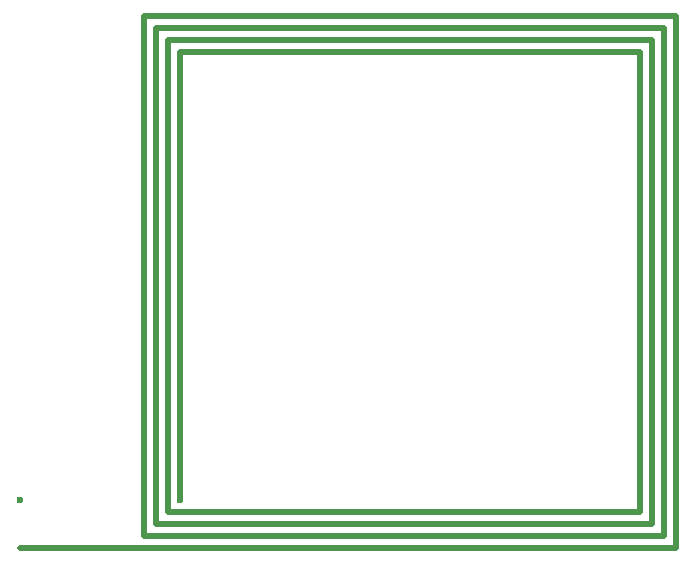
<source format=gbr>
%TF.GenerationSoftware,KiCad,Pcbnew,8.0.8*%
%TF.CreationDate,2025-02-08T21:18:50+02:00*%
%TF.ProjectId,antenn1,616e7465-6e6e-4312-9e6b-696361645f70,rev?*%
%TF.SameCoordinates,Original*%
%TF.FileFunction,Copper,L1,Top*%
%TF.FilePolarity,Positive*%
%FSLAX46Y46*%
G04 Gerber Fmt 4.6, Leading zero omitted, Abs format (unit mm)*
G04 Created by KiCad (PCBNEW 8.0.8) date 2025-02-08 21:18:50*
%MOMM*%
%LPD*%
G01*
G04 APERTURE LIST*
%TA.AperFunction,ViaPad*%
%ADD10C,0.600000*%
%TD*%
%TA.AperFunction,Conductor*%
%ADD11C,0.500000*%
%TD*%
G04 APERTURE END LIST*
D10*
%TO.N,*%
X103000000Y-96000000D03*
X89500000Y-96000000D03*
%TD*%
D11*
%TO.N,*%
X142000000Y-97000000D02*
X142000000Y-58000000D01*
X145000000Y-55000000D02*
X100000000Y-55000000D01*
X101000000Y-98000000D02*
X143000000Y-98000000D01*
X102000000Y-97000000D02*
X142000000Y-97000000D01*
X101000000Y-97500000D02*
X101000000Y-98000000D01*
X144000000Y-99000000D02*
X144000000Y-56000000D01*
X102000000Y-57000000D02*
X102000000Y-97000000D01*
X145000000Y-100000000D02*
X145000000Y-55000000D01*
X101000000Y-56000000D02*
X101000000Y-97500000D01*
X100000000Y-55000000D02*
X100000000Y-99000000D01*
X143000000Y-57000000D02*
X102000000Y-57000000D01*
X144000000Y-56000000D02*
X101000000Y-56000000D01*
X142000000Y-58000000D02*
X103000000Y-58000000D01*
X143000000Y-98000000D02*
X143000000Y-57000000D01*
X100000000Y-100000000D02*
X145000000Y-100000000D01*
X103000000Y-58000000D02*
X103000000Y-96000000D01*
X100000000Y-99000000D02*
X144000000Y-99000000D01*
X100000000Y-100000000D02*
X89500000Y-100000000D01*
%TD*%
M02*

</source>
